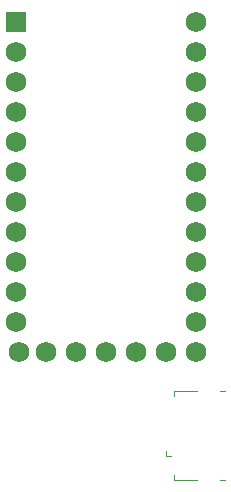
<source format=gbr>
%TF.GenerationSoftware,KiCad,Pcbnew,(6.0.4)*%
%TF.CreationDate,2023-12-03T23:36:56-08:00*%
%TF.ProjectId,left,6c656674-2e6b-4696-9361-645f70636258,v1.0.0*%
%TF.SameCoordinates,Original*%
%TF.FileFunction,Legend,Top*%
%TF.FilePolarity,Positive*%
%FSLAX46Y46*%
G04 Gerber Fmt 4.6, Leading zero omitted, Abs format (unit mm)*
G04 Created by KiCad (PCBNEW (6.0.4)) date 2023-12-03 23:36:56*
%MOMM*%
%LPD*%
G01*
G04 APERTURE LIST*
%ADD10C,0.000000*%
%ADD11C,0.150000*%
%ADD12C,0.120000*%
%ADD13R,1.752600X1.752600*%
%ADD14C,1.752600*%
G04 APERTURE END LIST*
D10*
%TO.C,*%
D11*
D12*
X271060000Y-145310000D02*
X271060000Y-145760000D01*
X271740000Y-140240000D02*
X271740000Y-140660000D01*
X271510000Y-145760000D02*
X271060000Y-145760000D01*
X276090000Y-147760000D02*
X275690000Y-147760000D01*
X275690000Y-140240000D02*
X276090000Y-140240000D01*
X273720000Y-140240000D02*
X271740000Y-140240000D01*
X273720000Y-147760000D02*
X271740000Y-147760000D01*
X271740000Y-147760000D02*
X271740000Y-147340000D01*
%TD*%
D13*
%TO.C,*%
X258380000Y-109030000D03*
D14*
X258380000Y-111570000D03*
X258380000Y-114110000D03*
X258380000Y-116650000D03*
X258380000Y-119190000D03*
X258380000Y-121730000D03*
X258380000Y-124270000D03*
X258380000Y-126810000D03*
X258380000Y-129350000D03*
X258380000Y-131890000D03*
X258380000Y-134430000D03*
X258608600Y-136970000D03*
X273620000Y-136970000D03*
X273620000Y-134430000D03*
X273620000Y-131890000D03*
X273620000Y-129350000D03*
X273620000Y-126810000D03*
X273620000Y-124270000D03*
X273620000Y-121730000D03*
X273620000Y-119190000D03*
X273620000Y-116650000D03*
X273620000Y-114110000D03*
X273620000Y-111570000D03*
X273620000Y-109030000D03*
X260920000Y-136970000D03*
X263460000Y-136970000D03*
X266000000Y-136970000D03*
X268540000Y-136970000D03*
X271080000Y-136970000D03*
%TD*%
M02*

</source>
